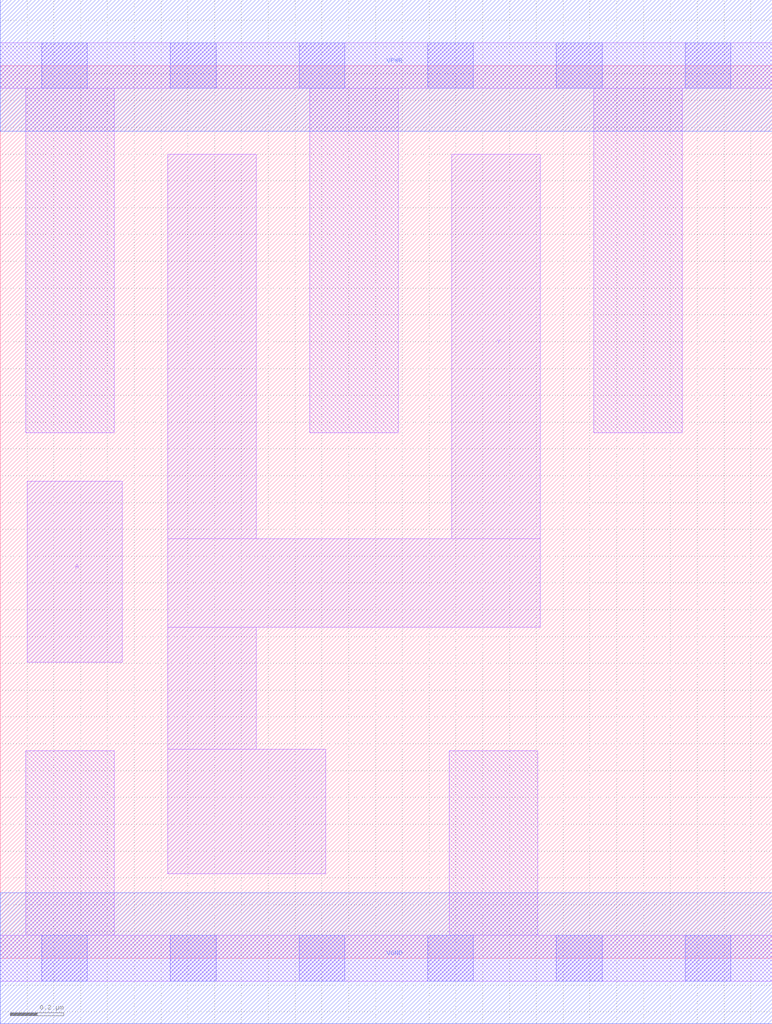
<source format=lef>
# Copyright 2020 The SkyWater PDK Authors
#
# Licensed under the Apache License, Version 2.0 (the "License");
# you may not use this file except in compliance with the License.
# You may obtain a copy of the License at
#
#     https://www.apache.org/licenses/LICENSE-2.0
#
# Unless required by applicable law or agreed to in writing, software
# distributed under the License is distributed on an "AS IS" BASIS,
# WITHOUT WARRANTIES OR CONDITIONS OF ANY KIND, either express or implied.
# See the License for the specific language governing permissions and
# limitations under the License.
#
# SPDX-License-Identifier: Apache-2.0

VERSION 5.7 ;
  NAMESCASESENSITIVE ON ;
  NOWIREEXTENSIONATPIN ON ;
  DIVIDERCHAR "/" ;
  BUSBITCHARS "[]" ;
UNITS
  DATABASE MICRONS 200 ;
END UNITS
MACRO sky130_fd_sc_lp__clkinvlp_4
  CLASS CORE ;
  SOURCE USER ;
  FOREIGN sky130_fd_sc_lp__clkinvlp_4 ;
  ORIGIN  0.000000  0.000000 ;
  SIZE  2.880000 BY  3.330000 ;
  SYMMETRY X Y R90 ;
  SITE unit ;
  PIN A
    ANTENNAGATEAREA  1.330000 ;
    DIRECTION INPUT ;
    USE SIGNAL ;
    PORT
      LAYER li1 ;
        RECT 0.100000 1.105000 0.455000 1.780000 ;
    END
  END A
  PIN Y
    ANTENNADIFFAREA  0.714000 ;
    DIRECTION OUTPUT ;
    USE SIGNAL ;
    PORT
      LAYER li1 ;
        RECT 0.625000 0.315000 1.215000 0.780000 ;
        RECT 0.625000 0.780000 0.955000 1.235000 ;
        RECT 0.625000 1.235000 2.015000 1.565000 ;
        RECT 0.625000 1.565000 0.955000 3.000000 ;
        RECT 1.685000 1.565000 2.015000 3.000000 ;
    END
  END Y
  PIN VGND
    DIRECTION INOUT ;
    USE GROUND ;
    PORT
      LAYER met1 ;
        RECT 0.000000 -0.245000 2.880000 0.245000 ;
    END
  END VGND
  PIN VPWR
    DIRECTION INOUT ;
    USE POWER ;
    PORT
      LAYER met1 ;
        RECT 0.000000 3.085000 2.880000 3.575000 ;
    END
  END VPWR
  OBS
    LAYER li1 ;
      RECT 0.000000 -0.085000 2.880000 0.085000 ;
      RECT 0.000000  3.245000 2.880000 3.415000 ;
      RECT 0.095000  0.085000 0.425000 0.775000 ;
      RECT 0.095000  1.960000 0.425000 3.245000 ;
      RECT 1.155000  1.960000 1.485000 3.245000 ;
      RECT 1.675000  0.085000 2.005000 0.775000 ;
      RECT 2.215000  1.960000 2.545000 3.245000 ;
    LAYER mcon ;
      RECT 0.155000 -0.085000 0.325000 0.085000 ;
      RECT 0.155000  3.245000 0.325000 3.415000 ;
      RECT 0.635000 -0.085000 0.805000 0.085000 ;
      RECT 0.635000  3.245000 0.805000 3.415000 ;
      RECT 1.115000 -0.085000 1.285000 0.085000 ;
      RECT 1.115000  3.245000 1.285000 3.415000 ;
      RECT 1.595000 -0.085000 1.765000 0.085000 ;
      RECT 1.595000  3.245000 1.765000 3.415000 ;
      RECT 2.075000 -0.085000 2.245000 0.085000 ;
      RECT 2.075000  3.245000 2.245000 3.415000 ;
      RECT 2.555000 -0.085000 2.725000 0.085000 ;
      RECT 2.555000  3.245000 2.725000 3.415000 ;
  END
END sky130_fd_sc_lp__clkinvlp_4
END LIBRARY

</source>
